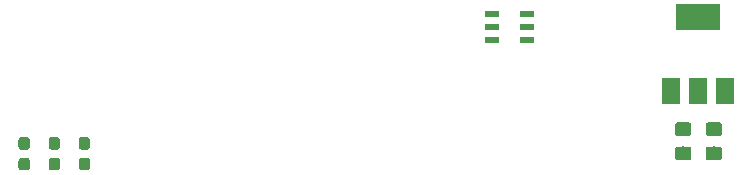
<source format=gbr>
G04 #@! TF.GenerationSoftware,KiCad,Pcbnew,(5.1.4-0-10_14)*
G04 #@! TF.CreationDate,2020-05-04T21:58:41+12:00*
G04 #@! TF.ProjectId,Robotic hand v2,526f626f-7469-4632-9068-616e64207632,rev?*
G04 #@! TF.SameCoordinates,Original*
G04 #@! TF.FileFunction,Paste,Top*
G04 #@! TF.FilePolarity,Positive*
%FSLAX46Y46*%
G04 Gerber Fmt 4.6, Leading zero omitted, Abs format (unit mm)*
G04 Created by KiCad (PCBNEW (5.1.4-0-10_14)) date 2020-05-04 21:58:41*
%MOMM*%
%LPD*%
G04 APERTURE LIST*
%ADD10R,1.500000X2.200000*%
%ADD11R,3.800000X2.200000*%
%ADD12R,1.200000X0.600000*%
%ADD13C,0.100000*%
%ADD14C,0.950000*%
%ADD15C,1.150000*%
G04 APERTURE END LIST*
D10*
X168100000Y-85070000D03*
X165800000Y-85070000D03*
X163500000Y-85070000D03*
D11*
X165800000Y-78770000D03*
D12*
X151364500Y-80750000D03*
X151364500Y-79650000D03*
X151364500Y-78550000D03*
X148364500Y-80750000D03*
X148364500Y-78550000D03*
X148364500Y-79650000D03*
D13*
G36*
X109010779Y-88951144D02*
G01*
X109033834Y-88954563D01*
X109056443Y-88960227D01*
X109078387Y-88968079D01*
X109099457Y-88978044D01*
X109119448Y-88990026D01*
X109138168Y-89003910D01*
X109155438Y-89019562D01*
X109171090Y-89036832D01*
X109184974Y-89055552D01*
X109196956Y-89075543D01*
X109206921Y-89096613D01*
X109214773Y-89118557D01*
X109220437Y-89141166D01*
X109223856Y-89164221D01*
X109225000Y-89187500D01*
X109225000Y-89762500D01*
X109223856Y-89785779D01*
X109220437Y-89808834D01*
X109214773Y-89831443D01*
X109206921Y-89853387D01*
X109196956Y-89874457D01*
X109184974Y-89894448D01*
X109171090Y-89913168D01*
X109155438Y-89930438D01*
X109138168Y-89946090D01*
X109119448Y-89959974D01*
X109099457Y-89971956D01*
X109078387Y-89981921D01*
X109056443Y-89989773D01*
X109033834Y-89995437D01*
X109010779Y-89998856D01*
X108987500Y-90000000D01*
X108512500Y-90000000D01*
X108489221Y-89998856D01*
X108466166Y-89995437D01*
X108443557Y-89989773D01*
X108421613Y-89981921D01*
X108400543Y-89971956D01*
X108380552Y-89959974D01*
X108361832Y-89946090D01*
X108344562Y-89930438D01*
X108328910Y-89913168D01*
X108315026Y-89894448D01*
X108303044Y-89874457D01*
X108293079Y-89853387D01*
X108285227Y-89831443D01*
X108279563Y-89808834D01*
X108276144Y-89785779D01*
X108275000Y-89762500D01*
X108275000Y-89187500D01*
X108276144Y-89164221D01*
X108279563Y-89141166D01*
X108285227Y-89118557D01*
X108293079Y-89096613D01*
X108303044Y-89075543D01*
X108315026Y-89055552D01*
X108328910Y-89036832D01*
X108344562Y-89019562D01*
X108361832Y-89003910D01*
X108380552Y-88990026D01*
X108400543Y-88978044D01*
X108421613Y-88968079D01*
X108443557Y-88960227D01*
X108466166Y-88954563D01*
X108489221Y-88951144D01*
X108512500Y-88950000D01*
X108987500Y-88950000D01*
X109010779Y-88951144D01*
X109010779Y-88951144D01*
G37*
D14*
X108750000Y-89475000D03*
D13*
G36*
X109010779Y-90701144D02*
G01*
X109033834Y-90704563D01*
X109056443Y-90710227D01*
X109078387Y-90718079D01*
X109099457Y-90728044D01*
X109119448Y-90740026D01*
X109138168Y-90753910D01*
X109155438Y-90769562D01*
X109171090Y-90786832D01*
X109184974Y-90805552D01*
X109196956Y-90825543D01*
X109206921Y-90846613D01*
X109214773Y-90868557D01*
X109220437Y-90891166D01*
X109223856Y-90914221D01*
X109225000Y-90937500D01*
X109225000Y-91512500D01*
X109223856Y-91535779D01*
X109220437Y-91558834D01*
X109214773Y-91581443D01*
X109206921Y-91603387D01*
X109196956Y-91624457D01*
X109184974Y-91644448D01*
X109171090Y-91663168D01*
X109155438Y-91680438D01*
X109138168Y-91696090D01*
X109119448Y-91709974D01*
X109099457Y-91721956D01*
X109078387Y-91731921D01*
X109056443Y-91739773D01*
X109033834Y-91745437D01*
X109010779Y-91748856D01*
X108987500Y-91750000D01*
X108512500Y-91750000D01*
X108489221Y-91748856D01*
X108466166Y-91745437D01*
X108443557Y-91739773D01*
X108421613Y-91731921D01*
X108400543Y-91721956D01*
X108380552Y-91709974D01*
X108361832Y-91696090D01*
X108344562Y-91680438D01*
X108328910Y-91663168D01*
X108315026Y-91644448D01*
X108303044Y-91624457D01*
X108293079Y-91603387D01*
X108285227Y-91581443D01*
X108279563Y-91558834D01*
X108276144Y-91535779D01*
X108275000Y-91512500D01*
X108275000Y-90937500D01*
X108276144Y-90914221D01*
X108279563Y-90891166D01*
X108285227Y-90868557D01*
X108293079Y-90846613D01*
X108303044Y-90825543D01*
X108315026Y-90805552D01*
X108328910Y-90786832D01*
X108344562Y-90769562D01*
X108361832Y-90753910D01*
X108380552Y-90740026D01*
X108400543Y-90728044D01*
X108421613Y-90718079D01*
X108443557Y-90710227D01*
X108466166Y-90704563D01*
X108489221Y-90701144D01*
X108512500Y-90700000D01*
X108987500Y-90700000D01*
X109010779Y-90701144D01*
X109010779Y-90701144D01*
G37*
D14*
X108750000Y-91225000D03*
D13*
G36*
X111560779Y-90701144D02*
G01*
X111583834Y-90704563D01*
X111606443Y-90710227D01*
X111628387Y-90718079D01*
X111649457Y-90728044D01*
X111669448Y-90740026D01*
X111688168Y-90753910D01*
X111705438Y-90769562D01*
X111721090Y-90786832D01*
X111734974Y-90805552D01*
X111746956Y-90825543D01*
X111756921Y-90846613D01*
X111764773Y-90868557D01*
X111770437Y-90891166D01*
X111773856Y-90914221D01*
X111775000Y-90937500D01*
X111775000Y-91512500D01*
X111773856Y-91535779D01*
X111770437Y-91558834D01*
X111764773Y-91581443D01*
X111756921Y-91603387D01*
X111746956Y-91624457D01*
X111734974Y-91644448D01*
X111721090Y-91663168D01*
X111705438Y-91680438D01*
X111688168Y-91696090D01*
X111669448Y-91709974D01*
X111649457Y-91721956D01*
X111628387Y-91731921D01*
X111606443Y-91739773D01*
X111583834Y-91745437D01*
X111560779Y-91748856D01*
X111537500Y-91750000D01*
X111062500Y-91750000D01*
X111039221Y-91748856D01*
X111016166Y-91745437D01*
X110993557Y-91739773D01*
X110971613Y-91731921D01*
X110950543Y-91721956D01*
X110930552Y-91709974D01*
X110911832Y-91696090D01*
X110894562Y-91680438D01*
X110878910Y-91663168D01*
X110865026Y-91644448D01*
X110853044Y-91624457D01*
X110843079Y-91603387D01*
X110835227Y-91581443D01*
X110829563Y-91558834D01*
X110826144Y-91535779D01*
X110825000Y-91512500D01*
X110825000Y-90937500D01*
X110826144Y-90914221D01*
X110829563Y-90891166D01*
X110835227Y-90868557D01*
X110843079Y-90846613D01*
X110853044Y-90825543D01*
X110865026Y-90805552D01*
X110878910Y-90786832D01*
X110894562Y-90769562D01*
X110911832Y-90753910D01*
X110930552Y-90740026D01*
X110950543Y-90728044D01*
X110971613Y-90718079D01*
X110993557Y-90710227D01*
X111016166Y-90704563D01*
X111039221Y-90701144D01*
X111062500Y-90700000D01*
X111537500Y-90700000D01*
X111560779Y-90701144D01*
X111560779Y-90701144D01*
G37*
D14*
X111300000Y-91225000D03*
D13*
G36*
X111560779Y-88951144D02*
G01*
X111583834Y-88954563D01*
X111606443Y-88960227D01*
X111628387Y-88968079D01*
X111649457Y-88978044D01*
X111669448Y-88990026D01*
X111688168Y-89003910D01*
X111705438Y-89019562D01*
X111721090Y-89036832D01*
X111734974Y-89055552D01*
X111746956Y-89075543D01*
X111756921Y-89096613D01*
X111764773Y-89118557D01*
X111770437Y-89141166D01*
X111773856Y-89164221D01*
X111775000Y-89187500D01*
X111775000Y-89762500D01*
X111773856Y-89785779D01*
X111770437Y-89808834D01*
X111764773Y-89831443D01*
X111756921Y-89853387D01*
X111746956Y-89874457D01*
X111734974Y-89894448D01*
X111721090Y-89913168D01*
X111705438Y-89930438D01*
X111688168Y-89946090D01*
X111669448Y-89959974D01*
X111649457Y-89971956D01*
X111628387Y-89981921D01*
X111606443Y-89989773D01*
X111583834Y-89995437D01*
X111560779Y-89998856D01*
X111537500Y-90000000D01*
X111062500Y-90000000D01*
X111039221Y-89998856D01*
X111016166Y-89995437D01*
X110993557Y-89989773D01*
X110971613Y-89981921D01*
X110950543Y-89971956D01*
X110930552Y-89959974D01*
X110911832Y-89946090D01*
X110894562Y-89930438D01*
X110878910Y-89913168D01*
X110865026Y-89894448D01*
X110853044Y-89874457D01*
X110843079Y-89853387D01*
X110835227Y-89831443D01*
X110829563Y-89808834D01*
X110826144Y-89785779D01*
X110825000Y-89762500D01*
X110825000Y-89187500D01*
X110826144Y-89164221D01*
X110829563Y-89141166D01*
X110835227Y-89118557D01*
X110843079Y-89096613D01*
X110853044Y-89075543D01*
X110865026Y-89055552D01*
X110878910Y-89036832D01*
X110894562Y-89019562D01*
X110911832Y-89003910D01*
X110930552Y-88990026D01*
X110950543Y-88978044D01*
X110971613Y-88968079D01*
X110993557Y-88960227D01*
X111016166Y-88954563D01*
X111039221Y-88951144D01*
X111062500Y-88950000D01*
X111537500Y-88950000D01*
X111560779Y-88951144D01*
X111560779Y-88951144D01*
G37*
D14*
X111300000Y-89475000D03*
D13*
G36*
X114110779Y-88951144D02*
G01*
X114133834Y-88954563D01*
X114156443Y-88960227D01*
X114178387Y-88968079D01*
X114199457Y-88978044D01*
X114219448Y-88990026D01*
X114238168Y-89003910D01*
X114255438Y-89019562D01*
X114271090Y-89036832D01*
X114284974Y-89055552D01*
X114296956Y-89075543D01*
X114306921Y-89096613D01*
X114314773Y-89118557D01*
X114320437Y-89141166D01*
X114323856Y-89164221D01*
X114325000Y-89187500D01*
X114325000Y-89762500D01*
X114323856Y-89785779D01*
X114320437Y-89808834D01*
X114314773Y-89831443D01*
X114306921Y-89853387D01*
X114296956Y-89874457D01*
X114284974Y-89894448D01*
X114271090Y-89913168D01*
X114255438Y-89930438D01*
X114238168Y-89946090D01*
X114219448Y-89959974D01*
X114199457Y-89971956D01*
X114178387Y-89981921D01*
X114156443Y-89989773D01*
X114133834Y-89995437D01*
X114110779Y-89998856D01*
X114087500Y-90000000D01*
X113612500Y-90000000D01*
X113589221Y-89998856D01*
X113566166Y-89995437D01*
X113543557Y-89989773D01*
X113521613Y-89981921D01*
X113500543Y-89971956D01*
X113480552Y-89959974D01*
X113461832Y-89946090D01*
X113444562Y-89930438D01*
X113428910Y-89913168D01*
X113415026Y-89894448D01*
X113403044Y-89874457D01*
X113393079Y-89853387D01*
X113385227Y-89831443D01*
X113379563Y-89808834D01*
X113376144Y-89785779D01*
X113375000Y-89762500D01*
X113375000Y-89187500D01*
X113376144Y-89164221D01*
X113379563Y-89141166D01*
X113385227Y-89118557D01*
X113393079Y-89096613D01*
X113403044Y-89075543D01*
X113415026Y-89055552D01*
X113428910Y-89036832D01*
X113444562Y-89019562D01*
X113461832Y-89003910D01*
X113480552Y-88990026D01*
X113500543Y-88978044D01*
X113521613Y-88968079D01*
X113543557Y-88960227D01*
X113566166Y-88954563D01*
X113589221Y-88951144D01*
X113612500Y-88950000D01*
X114087500Y-88950000D01*
X114110779Y-88951144D01*
X114110779Y-88951144D01*
G37*
D14*
X113850000Y-89475000D03*
D13*
G36*
X114110779Y-90701144D02*
G01*
X114133834Y-90704563D01*
X114156443Y-90710227D01*
X114178387Y-90718079D01*
X114199457Y-90728044D01*
X114219448Y-90740026D01*
X114238168Y-90753910D01*
X114255438Y-90769562D01*
X114271090Y-90786832D01*
X114284974Y-90805552D01*
X114296956Y-90825543D01*
X114306921Y-90846613D01*
X114314773Y-90868557D01*
X114320437Y-90891166D01*
X114323856Y-90914221D01*
X114325000Y-90937500D01*
X114325000Y-91512500D01*
X114323856Y-91535779D01*
X114320437Y-91558834D01*
X114314773Y-91581443D01*
X114306921Y-91603387D01*
X114296956Y-91624457D01*
X114284974Y-91644448D01*
X114271090Y-91663168D01*
X114255438Y-91680438D01*
X114238168Y-91696090D01*
X114219448Y-91709974D01*
X114199457Y-91721956D01*
X114178387Y-91731921D01*
X114156443Y-91739773D01*
X114133834Y-91745437D01*
X114110779Y-91748856D01*
X114087500Y-91750000D01*
X113612500Y-91750000D01*
X113589221Y-91748856D01*
X113566166Y-91745437D01*
X113543557Y-91739773D01*
X113521613Y-91731921D01*
X113500543Y-91721956D01*
X113480552Y-91709974D01*
X113461832Y-91696090D01*
X113444562Y-91680438D01*
X113428910Y-91663168D01*
X113415026Y-91644448D01*
X113403044Y-91624457D01*
X113393079Y-91603387D01*
X113385227Y-91581443D01*
X113379563Y-91558834D01*
X113376144Y-91535779D01*
X113375000Y-91512500D01*
X113375000Y-90937500D01*
X113376144Y-90914221D01*
X113379563Y-90891166D01*
X113385227Y-90868557D01*
X113393079Y-90846613D01*
X113403044Y-90825543D01*
X113415026Y-90805552D01*
X113428910Y-90786832D01*
X113444562Y-90769562D01*
X113461832Y-90753910D01*
X113480552Y-90740026D01*
X113500543Y-90728044D01*
X113521613Y-90718079D01*
X113543557Y-90710227D01*
X113566166Y-90704563D01*
X113589221Y-90701144D01*
X113612500Y-90700000D01*
X114087500Y-90700000D01*
X114110779Y-90701144D01*
X114110779Y-90701144D01*
G37*
D14*
X113850000Y-91225000D03*
D13*
G36*
X167624505Y-87701204D02*
G01*
X167648773Y-87704804D01*
X167672572Y-87710765D01*
X167695671Y-87719030D01*
X167717850Y-87729520D01*
X167738893Y-87742132D01*
X167758599Y-87756747D01*
X167776777Y-87773223D01*
X167793253Y-87791401D01*
X167807868Y-87811107D01*
X167820480Y-87832150D01*
X167830970Y-87854329D01*
X167839235Y-87877428D01*
X167845196Y-87901227D01*
X167848796Y-87925495D01*
X167850000Y-87949999D01*
X167850000Y-88600001D01*
X167848796Y-88624505D01*
X167845196Y-88648773D01*
X167839235Y-88672572D01*
X167830970Y-88695671D01*
X167820480Y-88717850D01*
X167807868Y-88738893D01*
X167793253Y-88758599D01*
X167776777Y-88776777D01*
X167758599Y-88793253D01*
X167738893Y-88807868D01*
X167717850Y-88820480D01*
X167695671Y-88830970D01*
X167672572Y-88839235D01*
X167648773Y-88845196D01*
X167624505Y-88848796D01*
X167600001Y-88850000D01*
X166699999Y-88850000D01*
X166675495Y-88848796D01*
X166651227Y-88845196D01*
X166627428Y-88839235D01*
X166604329Y-88830970D01*
X166582150Y-88820480D01*
X166561107Y-88807868D01*
X166541401Y-88793253D01*
X166523223Y-88776777D01*
X166506747Y-88758599D01*
X166492132Y-88738893D01*
X166479520Y-88717850D01*
X166469030Y-88695671D01*
X166460765Y-88672572D01*
X166454804Y-88648773D01*
X166451204Y-88624505D01*
X166450000Y-88600001D01*
X166450000Y-87949999D01*
X166451204Y-87925495D01*
X166454804Y-87901227D01*
X166460765Y-87877428D01*
X166469030Y-87854329D01*
X166479520Y-87832150D01*
X166492132Y-87811107D01*
X166506747Y-87791401D01*
X166523223Y-87773223D01*
X166541401Y-87756747D01*
X166561107Y-87742132D01*
X166582150Y-87729520D01*
X166604329Y-87719030D01*
X166627428Y-87710765D01*
X166651227Y-87704804D01*
X166675495Y-87701204D01*
X166699999Y-87700000D01*
X167600001Y-87700000D01*
X167624505Y-87701204D01*
X167624505Y-87701204D01*
G37*
D15*
X167150000Y-88275000D03*
D13*
G36*
X167624505Y-89751204D02*
G01*
X167648773Y-89754804D01*
X167672572Y-89760765D01*
X167695671Y-89769030D01*
X167717850Y-89779520D01*
X167738893Y-89792132D01*
X167758599Y-89806747D01*
X167776777Y-89823223D01*
X167793253Y-89841401D01*
X167807868Y-89861107D01*
X167820480Y-89882150D01*
X167830970Y-89904329D01*
X167839235Y-89927428D01*
X167845196Y-89951227D01*
X167848796Y-89975495D01*
X167850000Y-89999999D01*
X167850000Y-90650001D01*
X167848796Y-90674505D01*
X167845196Y-90698773D01*
X167839235Y-90722572D01*
X167830970Y-90745671D01*
X167820480Y-90767850D01*
X167807868Y-90788893D01*
X167793253Y-90808599D01*
X167776777Y-90826777D01*
X167758599Y-90843253D01*
X167738893Y-90857868D01*
X167717850Y-90870480D01*
X167695671Y-90880970D01*
X167672572Y-90889235D01*
X167648773Y-90895196D01*
X167624505Y-90898796D01*
X167600001Y-90900000D01*
X166699999Y-90900000D01*
X166675495Y-90898796D01*
X166651227Y-90895196D01*
X166627428Y-90889235D01*
X166604329Y-90880970D01*
X166582150Y-90870480D01*
X166561107Y-90857868D01*
X166541401Y-90843253D01*
X166523223Y-90826777D01*
X166506747Y-90808599D01*
X166492132Y-90788893D01*
X166479520Y-90767850D01*
X166469030Y-90745671D01*
X166460765Y-90722572D01*
X166454804Y-90698773D01*
X166451204Y-90674505D01*
X166450000Y-90650001D01*
X166450000Y-89999999D01*
X166451204Y-89975495D01*
X166454804Y-89951227D01*
X166460765Y-89927428D01*
X166469030Y-89904329D01*
X166479520Y-89882150D01*
X166492132Y-89861107D01*
X166506747Y-89841401D01*
X166523223Y-89823223D01*
X166541401Y-89806747D01*
X166561107Y-89792132D01*
X166582150Y-89779520D01*
X166604329Y-89769030D01*
X166627428Y-89760765D01*
X166651227Y-89754804D01*
X166675495Y-89751204D01*
X166699999Y-89750000D01*
X167600001Y-89750000D01*
X167624505Y-89751204D01*
X167624505Y-89751204D01*
G37*
D15*
X167150000Y-90325000D03*
D13*
G36*
X165024505Y-87701204D02*
G01*
X165048773Y-87704804D01*
X165072572Y-87710765D01*
X165095671Y-87719030D01*
X165117850Y-87729520D01*
X165138893Y-87742132D01*
X165158599Y-87756747D01*
X165176777Y-87773223D01*
X165193253Y-87791401D01*
X165207868Y-87811107D01*
X165220480Y-87832150D01*
X165230970Y-87854329D01*
X165239235Y-87877428D01*
X165245196Y-87901227D01*
X165248796Y-87925495D01*
X165250000Y-87949999D01*
X165250000Y-88600001D01*
X165248796Y-88624505D01*
X165245196Y-88648773D01*
X165239235Y-88672572D01*
X165230970Y-88695671D01*
X165220480Y-88717850D01*
X165207868Y-88738893D01*
X165193253Y-88758599D01*
X165176777Y-88776777D01*
X165158599Y-88793253D01*
X165138893Y-88807868D01*
X165117850Y-88820480D01*
X165095671Y-88830970D01*
X165072572Y-88839235D01*
X165048773Y-88845196D01*
X165024505Y-88848796D01*
X165000001Y-88850000D01*
X164099999Y-88850000D01*
X164075495Y-88848796D01*
X164051227Y-88845196D01*
X164027428Y-88839235D01*
X164004329Y-88830970D01*
X163982150Y-88820480D01*
X163961107Y-88807868D01*
X163941401Y-88793253D01*
X163923223Y-88776777D01*
X163906747Y-88758599D01*
X163892132Y-88738893D01*
X163879520Y-88717850D01*
X163869030Y-88695671D01*
X163860765Y-88672572D01*
X163854804Y-88648773D01*
X163851204Y-88624505D01*
X163850000Y-88600001D01*
X163850000Y-87949999D01*
X163851204Y-87925495D01*
X163854804Y-87901227D01*
X163860765Y-87877428D01*
X163869030Y-87854329D01*
X163879520Y-87832150D01*
X163892132Y-87811107D01*
X163906747Y-87791401D01*
X163923223Y-87773223D01*
X163941401Y-87756747D01*
X163961107Y-87742132D01*
X163982150Y-87729520D01*
X164004329Y-87719030D01*
X164027428Y-87710765D01*
X164051227Y-87704804D01*
X164075495Y-87701204D01*
X164099999Y-87700000D01*
X165000001Y-87700000D01*
X165024505Y-87701204D01*
X165024505Y-87701204D01*
G37*
D15*
X164550000Y-88275000D03*
D13*
G36*
X165024505Y-89751204D02*
G01*
X165048773Y-89754804D01*
X165072572Y-89760765D01*
X165095671Y-89769030D01*
X165117850Y-89779520D01*
X165138893Y-89792132D01*
X165158599Y-89806747D01*
X165176777Y-89823223D01*
X165193253Y-89841401D01*
X165207868Y-89861107D01*
X165220480Y-89882150D01*
X165230970Y-89904329D01*
X165239235Y-89927428D01*
X165245196Y-89951227D01*
X165248796Y-89975495D01*
X165250000Y-89999999D01*
X165250000Y-90650001D01*
X165248796Y-90674505D01*
X165245196Y-90698773D01*
X165239235Y-90722572D01*
X165230970Y-90745671D01*
X165220480Y-90767850D01*
X165207868Y-90788893D01*
X165193253Y-90808599D01*
X165176777Y-90826777D01*
X165158599Y-90843253D01*
X165138893Y-90857868D01*
X165117850Y-90870480D01*
X165095671Y-90880970D01*
X165072572Y-90889235D01*
X165048773Y-90895196D01*
X165024505Y-90898796D01*
X165000001Y-90900000D01*
X164099999Y-90900000D01*
X164075495Y-90898796D01*
X164051227Y-90895196D01*
X164027428Y-90889235D01*
X164004329Y-90880970D01*
X163982150Y-90870480D01*
X163961107Y-90857868D01*
X163941401Y-90843253D01*
X163923223Y-90826777D01*
X163906747Y-90808599D01*
X163892132Y-90788893D01*
X163879520Y-90767850D01*
X163869030Y-90745671D01*
X163860765Y-90722572D01*
X163854804Y-90698773D01*
X163851204Y-90674505D01*
X163850000Y-90650001D01*
X163850000Y-89999999D01*
X163851204Y-89975495D01*
X163854804Y-89951227D01*
X163860765Y-89927428D01*
X163869030Y-89904329D01*
X163879520Y-89882150D01*
X163892132Y-89861107D01*
X163906747Y-89841401D01*
X163923223Y-89823223D01*
X163941401Y-89806747D01*
X163961107Y-89792132D01*
X163982150Y-89779520D01*
X164004329Y-89769030D01*
X164027428Y-89760765D01*
X164051227Y-89754804D01*
X164075495Y-89751204D01*
X164099999Y-89750000D01*
X165000001Y-89750000D01*
X165024505Y-89751204D01*
X165024505Y-89751204D01*
G37*
D15*
X164550000Y-90325000D03*
M02*

</source>
